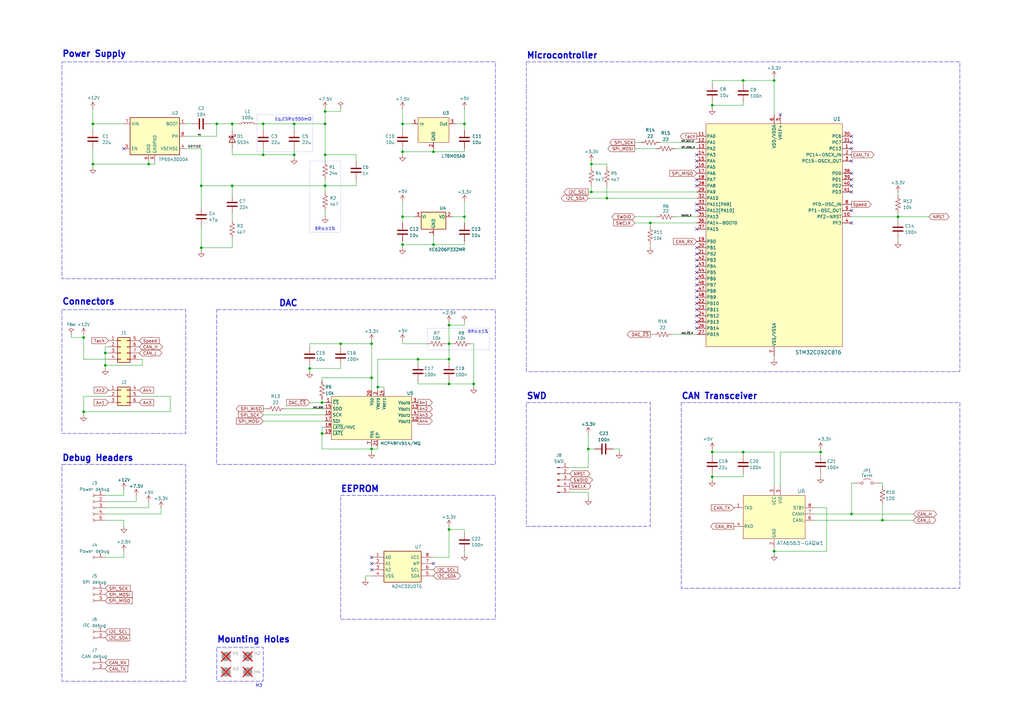
<source format=kicad_sch>
(kicad_sch (version 20250114) (generator "eeschema") (generator_version "9.0")
  (paper "A3")
  (title_block (title "CAN Gauge Interface") (date "2025-12-27") (rev "0.3") (company "Sam Anthony"))
  (rectangle (start 215.9 25.4) (end 393.7 152.4) (stroke (width 0) (type dash)))
  (rectangle (start 25.4 25.4) (end 203.2 114.3) (stroke (width 0) (type dash)))
  (rectangle (start 105.41 46.99) (end 128.27 62.23) (stroke (width 0) (type dot)))
  (rectangle (start 215.9 165.1) (end 266.7 215.9) (stroke (width 0) (type dash)))
  (rectangle (start 88.9 265.4299) (end 107.95 279.3999) (stroke (width 0) (type dash)))
  (rectangle (start 88.9 127) (end 203.2 190.5) (stroke (width 0) (type dash)))
  (rectangle (start 175.26 134.62) (end 200.66 143.51) (stroke (width 0) (type dot)))
  (rectangle (start 25.4 190.5) (end 76.2 279.4) (stroke (width 0) (type dash)))
  (rectangle (start 25.4 127) (end 76.2 177.8) (stroke (width 0) (type dash)))
  (rectangle (start 127 66.04) (end 139.7 95.25) (stroke (width 0) (type dot)))
  (rectangle (start 279.4 165.1) (end 393.7 241.3) (stroke (width 0) (type dash)))
  (rectangle (start 139.7 203.2) (end 203.2 254) (stroke (width 0) (type dash)))
  (text "Connectors" (at 25.4 123.825 0) (effects (font (size 2.54 2.54) (thickness 0.508) (bold yes)) (justify left)))
  (text "Microcontroller" (at 215.9 22.86 0) (effects (font (size 2.54 2.54) (thickness 0.508) (bold yes)) (justify left)))
  (text "Power Supply" (at 25.4 22.225 0) (effects (font (size 2.54 2.54) (thickness 0.508) (bold yes)) (justify left)))
  (text "Eq.ESR≤550mΩ" (at 112.776 49.022 0) (effects (font (size 1.27 1.27)) (justify left)))
  (text "δR≤±1%" (at 133.35 93.98 0) (effects (font (size 1.27 1.27))))
  (text "DAC" (at 114.3 124.46 0) (effects (font (size 2.54 2.54) (thickness 0.508) (bold yes)) (justify left)))
  (text "SWD" (at 215.9 162.56 0) (effects (font (size 2.54 2.54) (thickness 0.508) (bold yes)) (justify left)))
  (text "Mounting Holes" (at 88.9 262.382 0) (effects (font (size 2.54 2.54) (thickness 0.508) (bold yes)) (justify left)))
  (text "δR≤±1%" (at 196.088 136.144 0) (effects (font (size 1.27 1.27))))
  (text "M3\n" (at 104.775 281.3049 0) (effects (font (size 1.27 1.27)) (justify left)))
  (text "CAN Transceiver" (at 279.4 162.56 0) (effects (font (size 2.54 2.54) (thickness 0.508) (bold yes)) (justify left)))
  (text "Debug Headers" (at 25.4 187.96 0) (effects (font (size 2.54 2.54) (thickness 0.508) (bold yes)) (justify left)))
  (text "EEPROM" (at 139.7 200.66 0) (effects (font (size 2.54 2.54) (thickness 0.508) (bold yes)) (justify left)))
  (junction (at 34.29 168.91))
  (junction (at 152.4 184.15))
  (junction (at 34.29 138.43))
  (junction (at 317.5 226.06))
  (junction (at 133.35 50.8))
  (junction (at 120.65 63.5))
  (junction (at 127 151.13))
  (junction (at 349.25 210.82))
  (junction (at 292.1 43.18))
  (junction (at 152.4 140.97))
  (junction (at 82.55 76.2))
  (junction (at 38.1 50.8))
  (junction (at 304.8 185.42))
  (junction (at 292.1 185.42))
  (junction (at 60.96 67.31))
  (junction (at 177.8 100.33))
  (junction (at 82.55 101.6))
  (junction (at 317.5 33.02))
  (junction (at 190.5 50.8))
  (junction (at 184.15 140.97))
  (junction (at 139.7 140.97))
  (junction (at 368.3 88.9))
  (junction (at 165.1 62.23))
  (junction (at 133.35 63.5))
  (junction (at 43.18 144.78))
  (junction (at 190.5 88.9))
  (junction (at 132.08 165.1))
  (junction (at 95.25 50.8))
  (junction (at 88.9 50.8))
  (junction (at 184.15 147.32))
  (junction (at 38.1 67.31))
  (junction (at 171.45 147.32))
  (junction (at 165.1 88.9))
  (junction (at 184.15 157.48))
  (junction (at 242.57 78.74))
  (junction (at 336.55 185.42))
  (junction (at 304.8 33.02))
  (junction (at 248.92 81.28))
  (junction (at 184.15 217.17))
  (junction (at 133.35 76.2))
  (junction (at 132.08 177.8))
  (junction (at 120.65 50.8))
  (junction (at 107.95 50.8))
  (junction (at 361.95 213.36))
  (junction (at 266.7 91.44))
  (junction (at 165.1 100.33))
  (junction (at 194.31 157.48))
  (junction (at 95.25 76.2))
  (junction (at 107.95 63.5))
  (junction (at 177.8 62.23))
  (junction (at 152.4 154.94))
  (junction (at 242.57 67.31))
  (junction (at 165.1 50.8))
  (junction (at 292.1 195.58))
  (junction (at 184.15 133.35))
  (junction (at 43.18 149.86))
  (junction (at 154.94 158.75))
  (junction (at 241.3 184.15))
  (junction (at 133.35 45.72))
  (no_connect (at 285.75 66.04))
  (no_connect (at 349.25 66.04))
  (no_connect (at 285.75 127))
  (no_connect (at 285.75 121.92))
  (no_connect (at 285.75 106.68))
  (no_connect (at 349.25 76.2))
  (no_connect (at 285.75 109.22))
  (no_connect (at 349.25 55.88))
  (no_connect (at 349.25 60.96))
  (no_connect (at 285.75 86.36))
  (no_connect (at 320.04 46.99))
  (no_connect (at 285.75 114.3))
  (no_connect (at 285.75 76.2))
  (no_connect (at 285.75 124.46))
  (no_connect (at 50.8 60.96))
  (no_connect (at 285.75 111.76))
  (no_connect (at 349.25 58.42))
  (no_connect (at 285.75 83.82))
  (no_connect (at 285.75 104.14))
  (no_connect (at 152.4 233.68))
  (no_connect (at 285.75 68.58))
  (no_connect (at 285.75 73.66))
  (no_connect (at 152.4 228.6))
  (no_connect (at 285.75 129.54))
  (no_connect (at 177.8 231.14))
  (no_connect (at 285.75 116.84))
  (no_connect (at 349.25 71.12))
  (no_connect (at 349.25 78.74))
  (no_connect (at 285.75 119.38))
  (no_connect (at 285.75 132.08))
  (no_connect (at 285.75 93.98))
  (no_connect (at 152.4 231.14))
  (no_connect (at 349.25 86.36))
  (no_connect (at 285.75 101.6))
  (no_connect (at 285.75 63.5))
  (no_connect (at 349.25 91.44))
  (no_connect (at 285.75 134.62))
  (no_connect (at 349.25 73.66))
  (wire (pts (xy 190.5 62.23) (xy 190.5 60.96)))
  (wire (pts (xy 360.68 198.12) (xy 361.95 198.12)))
  (wire (pts (xy 50.8 203.2) (xy 50.8 200.66)))
  (wire (pts (xy 44.45 162.56) (xy 34.29 162.56)))
  (wire (pts (xy 177.8 228.6) (xy 184.15 228.6)))
  (wire (pts (xy 260.35 88.9) (xy 269.24 88.9)))
  (wire (pts (xy 190.5 217.17) (xy 190.5 218.44)))
  (wire (pts (xy 184.15 217.17) (xy 190.5 217.17)))
  (wire (pts (xy 165.1 140.97) (xy 175.26 140.97)))
  (wire (pts (xy 146.05 73.66) (xy 146.05 76.2)))
  (wire (pts (xy 292.1 184.15) (xy 292.1 185.42)))
  (wire (pts (xy 38.1 44.45) (xy 38.1 50.8)))
  (wire (pts (xy 304.8 43.18) (xy 304.8 41.91)))
  (wire (pts (xy 165.1 62.23) (xy 177.8 62.23)))
  (wire (pts (xy 241.3 184.15) (xy 241.3 177.8)))
  (wire (pts (xy 50.8 228.6) (xy 50.8 226.06)))
  (wire (pts (xy 127 151.13) (xy 127 152.4)))
  (wire (pts (xy 133.35 73.66) (xy 133.35 76.2)))
  (wire (pts (xy 88.9 55.88) (xy 88.9 50.8)))
  (wire (pts (xy 132.08 184.15) (xy 132.08 177.8)))
  (wire (pts (xy 82.55 85.09) (xy 82.55 76.2)))
  (wire (pts (xy 241.3 184.15) (xy 243.84 184.15)))
  (wire (pts (xy 133.35 50.8) (xy 133.35 63.5)))
  (wire (pts (xy 182.88 140.97) (xy 184.15 140.97)))
  (wire (pts (xy 194.31 157.48) (xy 194.31 158.75)))
  (wire (pts (xy 157.48 158.75) (xy 154.94 158.75)))
  (wire (pts (xy 190.5 53.34) (xy 190.5 50.8)))
  (wire (pts (xy 317.5 226.06) (xy 317.5 227.33)))
  (wire (pts (xy 69.85 168.91) (xy 34.29 168.91)))
  (wire (pts (xy 241.3 191.77) (xy 241.3 184.15)))
  (wire (pts (xy 38.1 50.8) (xy 38.1 53.34)))
  (wire (pts (xy 304.8 33.02) (xy 292.1 33.02)))
  (wire (pts (xy 165.1 88.9) (xy 165.1 91.44)))
  (wire (pts (xy 190.5 50.8) (xy 186.69 50.8)))
  (wire (pts (xy 132.08 177.8) (xy 133.35 177.8)))
  (wire (pts (xy 165.1 139.7) (xy 165.1 140.97)))
  (wire (pts (xy 95.25 87.63) (xy 95.25 90.17)))
  (wire (pts (xy 82.55 101.6) (xy 82.55 102.87)))
  (wire (pts (xy 146.05 66.04) (xy 146.05 63.5)))
  (wire (pts (xy 132.08 163.83) (xy 132.08 165.1)))
  (wire (pts (xy 304.8 185.42) (xy 317.5 185.42)))
  (wire (pts (xy 336.55 184.15) (xy 336.55 185.42)))
  (wire (pts (xy 334.01 208.28) (xy 339.09 208.28)))
  (wire (pts (xy 171.45 157.48) (xy 184.15 157.48)))
  (wire (pts (xy 266.7 91.44) (xy 266.7 92.71)))
  (wire (pts (xy 368.3 88.9) (xy 368.3 90.17)))
  (wire (pts (xy 368.3 97.79) (xy 368.3 99.06)))
  (wire (pts (xy 107.95 167.64) (xy 109.22 167.64)))
  (wire (pts (xy 190.5 44.45) (xy 190.5 50.8)))
  (wire (pts (xy 248.92 67.31) (xy 248.92 68.58)))
  (wire (pts (xy 165.1 60.96) (xy 165.1 62.23)))
  (wire (pts (xy 82.55 101.6) (xy 95.25 101.6)))
  (wire (pts (xy 190.5 88.9) (xy 190.5 91.44)))
  (wire (pts (xy 285.75 91.44) (xy 266.7 91.44)))
  (wire (pts (xy 317.5 33.02) (xy 304.8 33.02)))
  (wire (pts (xy 154.94 147.32) (xy 154.94 158.75)))
  (wire (pts (xy 34.29 147.32) (xy 34.29 138.43)))
  (wire (pts (xy 349.25 88.9) (xy 368.3 88.9)))
  (wire (pts (xy 184.15 133.35) (xy 190.5 133.35)))
  (wire (pts (xy 292.1 185.42) (xy 304.8 185.42)))
  (wire (pts (xy 76.2 55.88) (xy 88.9 55.88)))
  (wire (pts (xy 190.5 226.06) (xy 190.5 227.33)))
  (wire (pts (xy 120.65 63.5) (xy 120.65 64.77)))
  (wire (pts (xy 184.15 140.97) (xy 185.42 140.97)))
  (wire (pts (xy 57.15 162.56) (xy 69.85 162.56)))
  (wire (pts (xy 336.55 194.31) (xy 336.55 195.58)))
  (wire (pts (xy 139.7 151.13) (xy 139.7 149.86)))
  (wire (pts (xy 139.7 45.72) (xy 139.7 44.45)))
  (wire (pts (xy 146.05 76.2) (xy 133.35 76.2)))
  (wire (pts (xy 194.31 157.48) (xy 184.15 157.48)))
  (wire (pts (xy 349.25 210.82) (xy 374.65 210.82)))
  (wire (pts (xy 242.57 67.31) (xy 242.57 68.58)))
  (wire (pts (xy 152.4 236.22) (xy 149.86 236.22)))
  (wire (pts (xy 133.35 86.36) (xy 133.35 88.9)))
  (wire (pts (xy 165.1 62.23) (xy 165.1 63.5)))
  (wire (pts (xy 184.15 217.17) (xy 184.15 215.9)))
  (wire (pts (xy 132.08 177.8) (xy 132.08 175.26)))
  (wire (pts (xy 193.04 140.97) (xy 194.31 140.97)))
  (wire (pts (xy 304.8 33.02) (xy 304.8 34.29)))
  (wire (pts (xy 76.2 50.8) (xy 78.74 50.8)))
  (wire (pts (xy 107.95 50.8) (xy 120.65 50.8)))
  (wire (pts (xy 127 165.1) (xy 132.08 165.1)))
  (wire (pts (xy 157.48 160.02) (xy 157.48 158.75)))
  (wire (pts (xy 133.35 45.72) (xy 133.35 44.45)))
  (wire (pts (xy 251.46 184.15) (xy 254 184.15)))
  (wire (pts (xy 43.18 142.24) (xy 43.18 144.78)))
  (wire (pts (xy 69.85 162.56) (xy 69.85 168.91)))
  (wire (pts (xy 242.57 78.74) (xy 285.75 78.74)))
  (wire (pts (xy 292.1 194.31) (xy 292.1 195.58)))
  (wire (pts (xy 76.2 60.96) (xy 82.55 60.96)))
  (wire (pts (xy 95.25 60.96) (xy 95.25 63.5)))
  (wire (pts (xy 184.15 132.08) (xy 184.15 133.35)))
  (wire (pts (xy 58.42 149.86) (xy 43.18 149.86)))
  (wire (pts (xy 171.45 147.32) (xy 184.15 147.32)))
  (wire (pts (xy 107.95 63.5) (xy 120.65 63.5)))
  (wire (pts (xy 177.8 62.23) (xy 177.8 60.96)))
  (wire (pts (xy 107.95 60.96) (xy 107.95 63.5)))
  (wire (pts (xy 95.25 53.34) (xy 95.25 50.8)))
  (wire (pts (xy 190.5 100.33) (xy 177.8 100.33)))
  (wire (pts (xy 185.42 88.9) (xy 190.5 88.9)))
  (wire (pts (xy 152.4 184.15) (xy 152.4 185.42)))
  (wire (pts (xy 320.04 185.42) (xy 336.55 185.42)))
  (wire (pts (xy 304.8 195.58) (xy 292.1 195.58)))
  (wire (pts (xy 29.21 137.16) (xy 29.21 138.43)))
  (wire (pts (xy 29.21 138.43) (xy 34.29 138.43)))
  (wire (pts (xy 88.9 50.8) (xy 95.25 50.8)))
  (wire (pts (xy 132.08 154.94) (xy 152.4 154.94)))
  (wire (pts (xy 133.35 63.5) (xy 133.35 66.04)))
  (wire (pts (xy 266.7 137.16) (xy 267.97 137.16)))
  (wire (pts (xy 43.18 149.86) (xy 43.18 151.13)))
  (wire (pts (xy 120.65 50.8) (xy 120.65 53.34)))
  (wire (pts (xy 260.35 58.42) (xy 262.89 58.42)))
  (wire (pts (xy 66.04 210.82) (xy 66.04 208.28)))
  (wire (pts (xy 242.57 66.04) (xy 242.57 67.31)))
  (wire (pts (xy 120.65 63.5) (xy 120.65 60.96)))
  (wire (pts (xy 170.18 88.9) (xy 165.1 88.9)))
  (wire (pts (xy 165.1 44.45) (xy 165.1 50.8)))
  (wire (pts (xy 233.68 201.93) (xy 241.3 201.93)))
  (wire (pts (xy 275.59 137.16) (xy 285.75 137.16)))
  (wire (pts (xy 165.1 82.55) (xy 165.1 88.9)))
  (wire (pts (xy 107.95 50.8) (xy 107.95 53.34)))
  (wire (pts (xy 152.4 139.7) (xy 152.4 140.97)))
  (wire (pts (xy 361.95 213.36) (xy 374.65 213.36)))
  (wire (pts (xy 241.3 81.28) (xy 248.92 81.28)))
  (wire (pts (xy 292.1 33.02) (xy 292.1 34.29)))
  (wire (pts (xy 95.25 63.5) (xy 107.95 63.5)))
  (wire (pts (xy 304.8 194.31) (xy 304.8 195.58)))
  (wire (pts (xy 152.4 140.97) (xy 139.7 140.97)))
  (wire (pts (xy 260.35 60.96) (xy 269.24 60.96)))
  (wire (pts (xy 43.18 144.78) (xy 44.45 144.78)))
  (wire (pts (xy 60.96 67.31) (xy 60.96 66.04)))
  (wire (pts (xy 368.3 87.63) (xy 368.3 88.9)))
  (wire (pts (xy 339.09 226.06) (xy 317.5 226.06)))
  (wire (pts (xy 242.57 67.31) (xy 248.92 67.31)))
  (wire (pts (xy 292.1 41.91) (xy 292.1 43.18)))
  (wire (pts (xy 260.35 91.44) (xy 266.7 91.44)))
  (wire (pts (xy 43.18 208.28) (xy 60.96 208.28)))
  (wire (pts (xy 82.55 76.2) (xy 95.25 76.2)))
  (wire (pts (xy 317.5 224.79) (xy 317.5 226.06)))
  (wire (pts (xy 276.86 60.96) (xy 285.75 60.96)))
  (wire (pts (xy 43.18 205.74) (xy 55.88 205.74)))
  (wire (pts (xy 154.94 182.88) (xy 154.94 184.15)))
  (wire (pts (xy 152.4 140.97) (xy 152.4 154.94)))
  (wire (pts (xy 133.35 45.72) (xy 139.7 45.72)))
  (wire (pts (xy 127 149.86) (xy 127 151.13)))
  (wire (pts (xy 184.15 157.48) (xy 184.15 156.21)))
  (wire (pts (xy 266.7 100.33) (xy 266.7 101.6)))
  (wire (pts (xy 368.3 88.9) (xy 381 88.9)))
  (wire (pts (xy 107.95 170.18) (xy 133.35 170.18)))
  (wire (pts (xy 177.8 96.52) (xy 177.8 100.33)))
  (wire (pts (xy 361.95 198.12) (xy 361.95 199.39)))
  (wire (pts (xy 152.4 154.94) (xy 152.4 160.02)))
  (wire (pts (xy 132.08 175.26) (xy 133.35 175.26)))
  (wire (pts (xy 38.1 60.96) (xy 38.1 67.31)))
  (wire (pts (xy 190.5 133.35) (xy 190.5 132.08)))
  (wire (pts (xy 320.04 199.39) (xy 320.04 185.42)))
  (wire (pts (xy 50.8 213.36) (xy 50.8 215.9)))
  (wire (pts (xy 34.29 138.43) (xy 34.29 137.16)))
  (wire (pts (xy 133.35 76.2) (xy 133.35 78.74)))
  (wire (pts (xy 132.08 165.1) (xy 133.35 165.1)))
  (wire (pts (xy 339.09 208.28) (xy 339.09 226.06)))
  (wire (pts (xy 95.25 76.2) (xy 133.35 76.2)))
  (wire (pts (xy 44.45 142.24) (xy 43.18 142.24)))
  (wire (pts (xy 34.29 168.91) (xy 34.29 170.18)))
  (wire (pts (xy 34.29 162.56) (xy 34.29 168.91)))
  (wire (pts (xy 38.1 67.31) (xy 38.1 68.58)))
  (wire (pts (xy 317.5 46.99) (xy 317.5 33.02)))
  (wire (pts (xy 95.25 50.8) (xy 97.79 50.8)))
  (wire (pts (xy 107.95 172.72) (xy 133.35 172.72)))
  (wire (pts (xy 361.95 207.01) (xy 361.95 213.36)))
  (wire (pts (xy 194.31 140.97) (xy 194.31 157.48)))
  (wire (pts (xy 292.1 43.18) (xy 292.1 44.45)))
  (wire (pts (xy 184.15 147.32) (xy 184.15 148.59)))
  (wire (pts (xy 165.1 100.33) (xy 165.1 101.6)))
  (wire (pts (xy 63.5 66.04) (xy 63.5 67.31)))
  (wire (pts (xy 336.55 185.42) (xy 336.55 186.69)))
  (wire (pts (xy 55.88 205.74) (xy 55.88 203.2)))
  (wire (pts (xy 292.1 195.58) (xy 292.1 196.85)))
  (wire (pts (xy 149.86 236.22) (xy 149.86 237.49)))
  (wire (pts (xy 171.45 147.32) (xy 171.45 148.59)))
  (wire (pts (xy 292.1 186.69) (xy 292.1 185.42)))
  (wire (pts (xy 350.52 198.12) (xy 349.25 198.12)))
  (wire (pts (xy 276.86 88.9) (xy 285.75 88.9)))
  (wire (pts (xy 165.1 99.06) (xy 165.1 100.33)))
  (wire (pts (xy 43.18 228.6) (xy 50.8 228.6)))
  (wire (pts (xy 86.36 50.8) (xy 88.9 50.8)))
  (wire (pts (xy 154.94 184.15) (xy 152.4 184.15)))
  (wire (pts (xy 171.45 156.21) (xy 171.45 157.48)))
  (wire (pts (xy 95.25 97.79) (xy 95.25 101.6)))
  (wire (pts (xy 57.15 147.32) (xy 58.42 147.32)))
  (wire (pts (xy 116.84 167.64) (xy 133.35 167.64)))
  (wire (pts (xy 334.01 213.36) (xy 361.95 213.36)))
  (wire (pts (xy 139.7 140.97) (xy 139.7 142.24)))
  (wire (pts (xy 44.45 147.32) (xy 34.29 147.32)))
  (wire (pts (xy 82.55 92.71) (xy 82.55 101.6)))
  (wire (pts (xy 317.5 146.05) (xy 317.5 147.32)))
  (wire (pts (xy 241.3 201.93) (xy 241.3 204.47)))
  (wire (pts (xy 177.8 100.33) (xy 165.1 100.33)))
  (wire (pts (xy 304.8 185.42) (xy 304.8 186.69)))
  (wire (pts (xy 165.1 50.8) (xy 165.1 53.34)))
  (wire (pts (xy 254 184.15) (xy 254 185.42)))
  (wire (pts (xy 248.92 76.2) (xy 248.92 81.28)))
  (wire (pts (xy 152.4 184.15) (xy 132.08 184.15)))
  (wire (pts (xy 177.8 62.23) (xy 190.5 62.23)))
  (wire (pts (xy 233.68 191.77) (xy 241.3 191.77)))
  (wire (pts (xy 184.15 228.6) (xy 184.15 217.17)))
  (wire (pts (xy 171.45 147.32) (xy 154.94 147.32)))
  (wire (pts (xy 270.51 58.42) (xy 285.75 58.42)))
  (wire (pts (xy 184.15 140.97) (xy 184.15 147.32)))
  (wire (pts (xy 63.5 67.31) (xy 60.96 67.31)))
  (wire (pts (xy 368.3 78.74) (xy 368.3 80.01)))
  (wire (pts (xy 168.91 50.8) (xy 165.1 50.8)))
  (wire (pts (xy 60.96 208.28) (xy 60.96 205.74)))
  (wire (pts (xy 334.01 210.82) (xy 349.25 210.82)))
  (wire (pts (xy 43.18 210.82) (xy 66.04 210.82)))
  (wire (pts (xy 154.94 158.75) (xy 154.94 160.02)))
  (wire (pts (xy 317.5 185.42) (xy 317.5 199.39)))
  (wire (pts (xy 139.7 140.97) (xy 127 140.97)))
  (wire (pts (xy 43.18 213.36) (xy 50.8 213.36)))
  (wire (pts (xy 190.5 99.06) (xy 190.5 100.33)))
  (wire (pts (xy 127 151.13) (xy 139.7 151.13)))
  (wire (pts (xy 43.18 144.78) (xy 43.18 149.86)))
  (wire (pts (xy 132.08 156.21) (xy 132.08 154.94)))
  (wire (pts (xy 152.4 182.88) (xy 152.4 184.15)))
  (wire (pts (xy 43.18 203.2) (xy 50.8 203.2)))
  (wire (pts (xy 60.96 67.31) (xy 38.1 67.31)))
  (wire (pts (xy 248.92 81.28) (xy 285.75 81.28)))
  (wire (pts (xy 242.57 76.2) (xy 242.57 78.74)))
  (wire (pts (xy 38.1 50.8) (xy 50.8 50.8)))
  (wire (pts (xy 241.3 78.74) (xy 242.57 78.74)))
  (wire (pts (xy 120.65 50.8) (xy 133.35 50.8)))
  (wire (pts (xy 133.35 50.8) (xy 133.35 45.72)))
  (wire (pts (xy 190.5 82.55) (xy 190.5 88.9)))
  (wire (pts (xy 184.15 133.35) (xy 184.15 140.97)))
  (wire (pts (xy 105.41 50.8) (xy 107.95 50.8)))
  (wire (pts (xy 127 140.97) (xy 127 142.24)))
  (wire (pts (xy 82.55 60.96) (xy 82.55 76.2)))
  (wire (pts (xy 292.1 43.18) (xy 304.8 43.18)))
  (wire (pts (xy 349.25 198.12) (xy 349.25 210.82)))
  (wire (pts (xy 146.05 63.5) (xy 133.35 63.5)))
  (wire (pts (xy 58.42 147.32) (xy 58.42 149.86)))
  (wire (pts (xy 317.5 31.75) (xy 317.5 33.02)))
  (wire (pts (xy 95.25 76.2) (xy 95.25 80.01)))
  (label "sense" (at 82.55 60.96 180))
  (label "SPI_SCK_R" (at 279.4 58.42 0) (effects (font (size 0.635 0.635))))
  (label "SPI_MOSI_R" (at 279.4 60.96 0) (effects (font (size 0.635 0.635))))
  (label "DAC_SDO" (at 128.27 167.64 0) (effects (font (size 0.635 0.635))))
  (label "DAC_~{CS}_R" (at 279.4379 137.16 0) (effects (font (size 0.635 0.635))))
  (label "SWDIO_R" (at 279.4 88.9 0) (effects (font (size 0.635 0.635))))
  (label "PH" (at 82.55 55.88 180) (effects (font (size 0.635 0.635))))
  (global_label "SWDIO" (shape bidirectional) (at 260.35 88.9 180) (property "Intersheetrefs" "${INTERSHEET_REFS}" (effects (hide yes))))
  (global_label "SPI_MISO" (shape input) (at 285.75 71.12 180) (property "Intersheetrefs" "${INTERSHEET_REFS}" (effects (hide yes))))
  (global_label "SWCLK" (shape output) (at 233.68 199.39 0) (property "Intersheetrefs" "${INTERSHEET_REFS}" (effects (hide yes))))
  (global_label "An2" (shape output) (at 171.45 167.64 0) (property "Intersheetrefs" "${INTERSHEET_REFS}" (effects (hide yes))))
  (global_label "NRST" (shape tri_state) (at 381 88.9 0) (property "Intersheetrefs" "${INTERSHEET_REFS}" (effects (hide yes))))
  (global_label "SPI_MOSI" (shape input) (at 43.18 243.84 0) (property "Intersheetrefs" "${INTERSHEET_REFS}" (effects (hide yes))))
  (global_label "SWCLK" (shape input) (at 260.35 91.44 180) (property "Intersheetrefs" "${INTERSHEET_REFS}" (effects (hide yes))))
  (global_label "I2C_SCL" (shape input) (at 177.8 233.68 0) (property "Intersheetrefs" "${INTERSHEET_REFS}" (effects (hide yes))))
  (global_label "I2C_SCL" (shape input) (at 43.18 259.08 0) (property "Intersheetrefs" "${INTERSHEET_REFS}" (effects (hide yes))))
  (global_label "Speed" (shape input) (at 57.15 139.7 0) (property "Intersheetrefs" "${INTERSHEET_REFS}" (effects (hide yes))))
  (global_label "SPI_MISO" (shape input) (at 43.18 246.38 0) (property "Intersheetrefs" "${INTERSHEET_REFS}" (effects (hide yes))))
  (global_label "CAN_RX" (shape input) (at 43.18 271.78 0) (property "Intersheetrefs" "${INTERSHEET_REFS}" (effects (hide yes))))
  (global_label "An2" (shape input) (at 44.45 160.02 180) (property "Intersheetrefs" "${INTERSHEET_REFS}" (effects (hide yes))))
  (global_label "Tach" (shape input) (at 44.45 139.7 180) (property "Intersheetrefs" "${INTERSHEET_REFS}" (effects (hide yes))))
  (global_label "I2C_SCL" (shape output) (at 241.3 78.74 180) (property "Intersheetrefs" "${INTERSHEET_REFS}" (effects (hide yes))))
  (global_label "CAN_TX" (shape input) (at 43.18 274.32 0) (property "Intersheetrefs" "${INTERSHEET_REFS}" (effects (hide yes))))
  (global_label "I2C_SDA" (shape input) (at 43.18 261.62 0) (property "Intersheetrefs" "${INTERSHEET_REFS}" (effects (hide yes))))
  (global_label "An4" (shape input) (at 57.15 160.02 0) (property "Intersheetrefs" "${INTERSHEET_REFS}" (effects (hide yes))))
  (global_label "CAN_TX" (shape input) (at 300.99 208.28 180) (property "Intersheetrefs" "${INTERSHEET_REFS}" (effects (hide yes))))
  (global_label "CAN_H" (shape bidirectional) (at 374.65 210.82 0) (property "Intersheetrefs" "${INTERSHEET_REFS}" (effects (hide yes))))
  (global_label "SPI_SCK" (shape input) (at 107.95 170.18 180) (property "Intersheetrefs" "${INTERSHEET_REFS}" (effects (hide yes))))
  (global_label "CAN_H" (shape bidirectional) (at 57.15 142.24 0) (property "Intersheetrefs" "${INTERSHEET_REFS}" (effects (hide yes))))
  (global_label "SPI_MISO" (shape output) (at 107.95 167.64 180) (property "Intersheetrefs" "${INTERSHEET_REFS}" (effects (hide yes))))
  (global_label "An1" (shape output) (at 171.45 165.1 0) (property "Intersheetrefs" "${INTERSHEET_REFS}" (effects (hide yes))))
  (global_label "SPI_MOSI" (shape input) (at 107.95 172.72 180) (property "Intersheetrefs" "${INTERSHEET_REFS}" (effects (hide yes))))
  (global_label "SWDIO" (shape bidirectional) (at 233.68 196.85 0) (property "Intersheetrefs" "${INTERSHEET_REFS}" (effects (hide yes))))
  (global_label "Speed" (shape output) (at 349.25 83.82 0) (property "Intersheetrefs" "${INTERSHEET_REFS}" (effects (hide yes))))
  (global_label "CAN_TX" (shape output) (at 349.25 63.5 0) (property "Intersheetrefs" "${INTERSHEET_REFS}" (effects (hide yes))))
  (global_label "CAN_L" (shape bidirectional) (at 57.15 144.78 0) (property "Intersheetrefs" "${INTERSHEET_REFS}" (effects (hide yes))))
  (global_label "Tach" (shape output) (at 285.75 55.88 180) (property "Intersheetrefs" "${INTERSHEET_REFS}" (effects (hide yes))))
  (global_label "SPI_SCK" (shape output) (at 260.35 58.42 180) (property "Intersheetrefs" "${INTERSHEET_REFS}" (effects (hide yes))))
  (global_label "DAC_~{CS}" (shape input) (at 127 165.1 180) (property "Intersheetrefs" "${INTERSHEET_REFS}" (effects (hide yes))))
  (global_label "NRST" (shape tri_state) (at 233.68 194.31 0) (property "Intersheetrefs" "${INTERSHEET_REFS}" (effects (hide yes))))
  (global_label "DAC_~{CS}" (shape output) (at 266.7 137.16 180) (property "Intersheetrefs" "${INTERSHEET_REFS}" (effects (hide yes))))
  (global_label "An3" (shape input) (at 57.15 165.1 0) (property "Intersheetrefs" "${INTERSHEET_REFS}" (effects (hide yes))))
  (global_label "CAN_RX" (shape output) (at 300.99 215.9 180) (property "Intersheetrefs" "${INTERSHEET_REFS}" (effects (hide yes))))
  (global_label "I2C_SDA" (shape bidirectional) (at 241.3 81.28 180) (property "Intersheetrefs" "${INTERSHEET_REFS}" (effects (hide yes))))
  (global_label "An4" (shape output) (at 171.45 172.72 0) (property "Intersheetrefs" "${INTERSHEET_REFS}" (effects (hide yes))))
  (global_label "CAN_L" (shape bidirectional) (at 374.65 213.36 0) (property "Intersheetrefs" "${INTERSHEET_REFS}" (effects (hide yes))))
  (global_label "CAN_RX" (shape input) (at 285.75 99.06 180) (property "Intersheetrefs" "${INTERSHEET_REFS}" (effects (hide yes))))
  (global_label "An1" (shape input) (at 44.45 165.1 180) (property "Intersheetrefs" "${INTERSHEET_REFS}" (effects (hide yes))))
  (global_label "SPI_MOSI" (shape output) (at 260.35 60.96 180) (property "Intersheetrefs" "${INTERSHEET_REFS}" (effects (hide yes))))
  (global_label "An3" (shape output) (at 171.45 170.18 0) (property "Intersheetrefs" "${INTERSHEET_REFS}" (effects (hide yes))))
  (global_label "I2C_SDA" (shape bidirectional) (at 177.8 236.22 0) (property "Intersheetrefs" "${INTERSHEET_REFS}" (effects (hide yes))))
  (global_label "SPI_SCK" (shape input) (at 43.18 241.3 0) (property "Intersheetrefs" "${INTERSHEET_REFS}" (effects (hide yes))))
  (symbol (lib_id "power:GND") (at 82.55 102.87 0) (unit 1)
    (property "Reference" "#PWR0119" (effects (hide yes)))
    (property "Value" "GND" (effects (hide yes)))
    (property "Description" "Power symbol creates a global label with name \"GND\" , ground" (effects (hide yes)))
  )
  (symbol (lib_id "Connector:Conn_01x05_Socket") (at 38.1 208.28 0) (mirror y) (unit 1)
    (property "Reference" "J3" (at 38.735 198.12 0))
    (property "Value" "Power debug" (at 38.735 200.66 0))
    (property "Footprint" "Connector_PinSocket_2.54mm:PinSocket_1x05_P2.54mm_Vertical" (effects (hide yes)))
    (property "Description" "Generic connector, single row, 01x05, script generated" (effects (hide yes)))
  )
  (symbol (lib_id "Device:R_US") (at 113.03 167.64 90) (unit 1)
    (property "Reference" "R13" (at 113.03 162.56 90))
    (property "Value" "22" (at 113.03 165.1 90))
    (property "Footprint" "Resistor_SMD:R_0603_1608Metric" (effects (hide yes)))
    (property "Description" "Resistor, US symbol" (effects (hide yes)))
  )
  (symbol (lib_id "Device:C") (at 107.95 57.15 0) (unit 1)
    (property "Reference" "C3" (at 111.125 55.88 0) (effects (justify left)))
    (property "Value" "22u" (at 111.125 58.42 0) (effects (justify left)))
    (property "Footprint" "Capacitor_SMD:C_1206_3216Metric" (effects (hide yes)))
    (property "Description" "Unpolarized capacitor" (effects (hide yes)))
  )
  (symbol (lib_id "power:GND") (at 120.65 64.77 0) (unit 1)
    (property "Reference" "#PWR0121" (effects (hide yes)))
    (property "Value" "GND" (effects (hide yes)))
    (property "Description" "Power symbol creates a global label with name \"GND\" , ground" (effects (hide yes)))
  )
  (symbol (lib_id "Device:C") (at 95.25 83.82 0) (unit 1)
    (property "Reference" "C7" (at 98.044 82.55 0) (effects (justify left)))
    (property "Value" "22n" (at 98.044 85.09 0) (effects (justify left)))
    (property "Footprint" "Capacitor_SMD:C_0603_1608Metric" (effects (hide yes)))
    (property "Description" "Unpolarized capacitor" (effects (hide yes)))
  )
  (symbol (lib_id "power:GND") (at 50.8 215.9 0) (unit 1)
    (property "Reference" "#PWR0114" (effects (hide yes)))
    (property "Value" "GND" (effects (hide yes)))
    (property "Description" "Power symbol creates a global label with name \"GND\" , ground" (effects (hide yes)))
  )
  (symbol (lib_id "Device:R_US") (at 361.95 203.2 0) (unit 1)
    (property "Reference" "R10" (at 363.22 201.93 0) (effects (justify left)))
    (property "Value" "120" (at 363.22 204.47 0) (effects (justify left)))
    (property "Footprint" "Resistor_SMD:R_0603_1608Metric" (effects (hide yes)))
    (property "Description" "Resistor, US symbol" (effects (hide yes)))
  )
  (symbol (lib_id "power:+12V") (at 34.29 137.16 0) (unit 1)
    (property "Reference" "#PWR0109" (effects (hide yes)))
    (property "Value" "+12V" (at 34.29 133.096 0))
    (property "Description" "Power symbol creates a global label with name \"+12V\"" (effects (hide yes)))
  )
  (symbol (lib_id "power:GND") (at 43.18 151.13 0) (unit 1)
    (property "Reference" "#PWR0111" (effects (hide yes)))
    (property "Value" "GND" (effects (hide yes)))
    (property "Description" "Power symbol creates a global label with name \"GND\" , ground" (effects (hide yes)))
  )
  (symbol (lib_id "Device:C") (at 304.8 190.5 0) (unit 1)
    (property "Reference" "C20" (at 307.34 189.23 0) (effects (justify left)))
    (property "Value" "100n" (at 307.34 191.77 0) (effects (justify left)))
    (property "Footprint" "Capacitor_SMD:C_0402_1005Metric" (effects (hide yes)))
    (property "Description" "Unpolarized capacitor" (effects (hide yes)))
  )
  (symbol (lib_id "power:GND") (at 336.55 195.58 0) (unit 1)
    (property "Reference" "#PWR0131" (effects (hide yes)))
    (property "Value" "GND" (effects (hide yes)))
    (property "Description" "Power symbol creates a global label with name \"GND\" , ground" (effects (hide yes)))
  )
  (symbol (lib_id "power:+5V") (at 190.5 44.45 0) (unit 1)
    (property "Reference" "#PWR0107" (effects (hide yes)))
    (property "Value" "+5V" (at 190.5 40.386 0))
    (property "Description" "Power symbol creates a global label with name \"+5V\"" (effects (hide yes)))
  )
  (symbol (lib_id "Device:R_US") (at 273.05 88.9 90) (unit 1)
    (property "Reference" "R6" (at 273.05 84.582 90))
    (property "Value" "22" (at 273.05 86.614 90))
    (property "Footprint" "Resistor_SMD:R_0603_1608Metric" (effects (hide yes)))
    (property "Description" "Resistor, US symbol" (effects (hide yes)))
  )
  (symbol (lib_id "power:GND") (at 368.3 99.06 0) (mirror y) (unit 1)
    (property "Reference" "#PWR0124" (effects (hide yes)))
    (property "Value" "GND" (effects (hide yes)))
    (property "Description" "Power symbol creates a global label with name \"GND\" , ground" (effects (hide yes)))
  )
  (symbol (lib_id "ATA6563-GAQW1:ATA6563-GAQW1") (at 300.99 208.28 0) (unit 1)
    (property "Reference" "U6" (at 328.676 201.422 0) (effects (font (size 1.524 1.524))))
    (property "Value" "ATA6563-GAQW1" (at 328.168 222.758 0) (effects (font (size 1.524 1.524))))
    (property "Footprint" "footprints:SOIC8_SN_MCH" (effects (hide yes)))
    (property "Datasheet" "ATA6563-GAQW1" (effects (hide yes)))
  )
  (symbol (lib_id "power:+3.3V") (at 368.3 78.74 0) (unit 1)
    (property "Reference" "#PWR02" (effects (hide yes)))
    (property "Value" "+3.3V" (at 368.3 74.93 0))
    (property "Description" "Power symbol creates a global label with name \"+3.3V\"" (effects (hide yes)))
  )
  (symbol (lib_id "power:GND") (at 190.5 227.33 0) (unit 1)
    (property "Reference" "#PWR0133" (effects (hide yes)))
    (property "Value" "GND" (effects (hide yes)))
    (property "Description" "Power symbol creates a global label with name \"GND\" , ground" (effects (hide yes)))
  )
  (symbol (lib_id "Device:C") (at 38.1 57.15 0) (unit 1)
    (property "Reference" "C1" (at 41.91 55.8799 0) (effects (justify left)))
    (property "Value" "22u" (at 41.91 58.4199 0) (effects (justify left)))
    (property "Footprint" "Capacitor_SMD:C_1206_3216Metric" (effects (hide yes)))
    (property "Description" "Unpolarized capacitor" (effects (hide yes)))
  )
  (symbol (lib_id "power:+5V") (at 165.1 139.7 0) (unit 1)
    (property "Reference" "#PWR0132" (effects (hide yes)))
    (property "Value" "+5V" (at 165.1 135.636 0))
    (property "Description" "Power symbol creates a global label with name \"+5V\"" (effects (hide yes)))
  )
  (symbol (lib_id "Regulator_Switching:TPS5430DDA") (at 63.5 55.88 0) (unit 1)
    (property "Reference" "U2" (at 71.755 46.355 0))
    (property "Value" "TPS5430DDA" (at 71.12 65.405 0))
    (property "Footprint" "Package_SO:TI_SO-PowerPAD-8" (effects (hide yes)))
    (property "Datasheet" "http://www.ti.com/lit/ds/symlink/tps5430.pdf" (effects (hide yes)))
    (property "Description" "3A, Step Down Swift Converter, Adjustable Output Voltage, 5.5-36V Input Voltage, PowerSO-8" (effects (hide yes)))
  )
  (symbol (lib_id "power:+5V") (at 292.1 184.15 0) (unit 1)
    (property "Reference" "#PWR0128" (effects (hide yes)))
    (property "Value" "+5V" (at 290.322 180.086 0))
    (property "Description" "Power symbol creates a global label with name \"+5V\"" (effects (hide yes)))
  )
  (symbol (lib_id "N24C32UDTG:N24C32UDTG") (at 152.4 228.6 0) (unit 1)
    (property "Reference" "U7" (at 171.45 224.282 0))
    (property "Value" "N24C32UDTG" (at 166.878 240.538 0))
    (property "Footprint" "footprints:SOP50P312X90-8N" (effects (hide yes)))
    (property "Datasheet" "https://www.onsemi.com/pub/Collateral/N24C32-D.PDF" (effects (hide yes)))
    (property "Description" "Supports Standard, Fast and FastPlus I2C Protocol; 1.7 V / 1.6 V to 5.5 V Supply Voltage Range; 32Byte Page Write Buffer; Fast Write Time (4 ms max); Hardware Write Protection for Entire Memory; Schmitt Triggers and Noise Suppression Filters on I2C Bus Inputs (SCL and SDA); Low Power CMOS Technology; 1,000,000 Program/Erase Cycles; 100 Year Data Retention; Industrial and Automotive Grade 1 Temperature Range; US 8lead Package Compliant; This Device is PbFree, Halogen Free/BFR Free, and RoHS" (effects (hide yes)))
    (property "Height" "0.9" (effects (hide yes)))
    (property "Manufacturer_Name" "onsemi" (effects (hide yes)))
    (property "Manufacturer_Part_Number" "N24C32UDTG" (effects (hide yes)))
    (property "Mouser Part Number" "863-N24C32UDTG" (effects (hide yes)))
    (property "Mouser Price/Stock" "https://www.mouser.co.uk/ProductDetail/onsemi/N24C32UDTG?qs=gZXFycFWdAO4CePQ1R6QGw%3D%3D" (effects (hide yes)))
  )
  (symbol (lib_id "Jumper:Jumper_2_Open") (at 355.6 198.12 0) (unit 1)
    (property "Reference" "JP1" (at 355.6 193.04 0))
    (property "Value" "Term" (at 355.6 195.072 0))
    (property "Footprint" "TestPoint:TestPoint_2Pads_Pitch2.54mm_Drill0.8mm" (effects (hide yes)))
    (property "Description" "Jumper, 2-pole, open" (effects (hide yes)))
  )
  (symbol (lib_id "Device:R_US") (at 266.7 58.42 90) (unit 1)
    (property "Reference" "R14" (at 266.7 53.34 90))
    (property "Value" "22" (at 266.7 55.88 90))
    (property "Footprint" "Resistor_SMD:R_0603_1608Metric" (effects (hide yes)))
    (property "Description" "Resistor, US symbol" (effects (hide yes)))
  )
  (symbol (lib_id "symbols:MCP48FVB14/MQ") (at 133.35 165.1 0) (unit 1)
    (property "Reference" "U5" (at 166.878 161.29 0) (effects (justify left)))
    (property "Value" "MCP48FVB14/MQ" (at 155.956 181.864 0) (effects (justify left)))
    (property "Footprint" "Package_DFN_QFN:Texas_RGW0020A_VQFN-20-1EP_5x5mm_P0.65mm_EP3.15x3.15mm_ThermalVias" (effects (hide yes)))
    (property "Datasheet" "https://ww1.microchip.com/downloads/en/DeviceDoc/MCP48FXBX4-8-Family-Data-Sheet-DS20006362A.pdf" (effects (hide yes)))
    (property "Description" "10-bit quad DAC - VQFN-20" (effects (hide yes)))
  )
  (symbol (lib_id "Mechanical:MountingHole") (at 92.71 269.2399 0) (unit 1) (exclude_from_sim yes) (in_bom no) (dnp yes)
    (property "Reference" "H1" (at 95.25 267.9698 0) (effects (justify left)))
    (property "Value" "MountingHole" (effects (hide yes)))
    (property "Footprint" "MountingHole:MountingHole_3.2mm_M3_DIN965" (effects (hide yes)))
    (property "Description" "Mounting Hole without connection" (effects (hide yes)))
  )
  (symbol (lib_id "power:+3.3V") (at 241.3 177.8 0) (unit 1)
    (property "Reference" "#PWR014" (effects (hide yes)))
    (property "Value" "+3.3V" (at 241.3 173.99 0))
    (property "Description" "Power symbol creates a global label with name \"+3.3V\"" (effects (hide yes)))
  )
  (symbol (lib_id "power:PWR_FLAG") (at 190.5 132.08 0) (unit 1)
    (property "Reference" "#FLG03" (effects (hide yes)))
    (property "Value" "PWR_FLAG" (effects (hide yes)))
    (property "Description" "Special symbol for telling ERC where power comes from" (effects (hide yes)))
  )
  (symbol (lib_id "Device:R_US") (at 242.57 72.39 0) (unit 1)
    (property "Reference" "R4" (at 244.094 71.12 0) (effects (justify left)))
    (property "Value" "4k7" (at 244.094 73.66 0) (effects (justify left)))
    (property "Footprint" "Resistor_SMD:R_0603_1608Metric" (effects (hide yes)))
    (property "Description" "Resistor, US symbol" (effects (hide yes)))
  )
  (symbol (lib_id "power:GND") (at 266.7 101.6 0) (unit 1)
    (property "Reference" "#PWR0125" (effects (hide yes)))
    (property "Value" "GND" (effects (hide yes)))
    (property "Description" "Power symbol creates a global label with name \"GND\" , ground" (effects (hide yes)))
  )
  (symbol (lib_id "Device:C") (at 171.45 152.4 0) (unit 1)
    (property "Reference" "C17" (at 173.99 151.13 0) (effects (justify left)))
    (property "Value" "100n" (at 173.99 153.67 0) (effects (justify left)))
    (property "Footprint" "Capacitor_SMD:C_0402_1005Metric" (effects (hide yes)))
    (property "Description" "Unpolarized capacitor" (effects (hide yes)))
  )
  (symbol (lib_id "Device:C") (at 120.65 57.15 0) (unit 1)
    (property "Reference" "C5" (at 123.825 55.88 0) (effects (justify left)))
    (property "Value" "22u" (at 123.825 58.42 0) (effects (justify left)))
    (property "Footprint" "Capacitor_SMD:C_1206_3216Metric" (effects (hide yes)))
    (property "Description" "Unpolarized capacitor" (effects (hide yes)))
  )
  (symbol (lib_id "Device:R_US") (at 266.7 96.52 0) (unit 1)
    (property "Reference" "R11" (at 267.97 95.25 0) (effects (justify left)))
    (property "Value" "10k" (at 267.97 97.79 0) (effects (justify left)))
    (property "Footprint" "Resistor_SMD:R_0603_1608Metric" (effects (hide yes)))
    (property "Description" "Resistor, US symbol" (effects (hide yes)))
  )
  (symbol (lib_id "power:GND") (at 165.1 63.5 0) (unit 1)
    (property "Reference" "#PWR0106" (effects (hide yes)))
    (property "Value" "GND" (effects (hide yes)))
    (property "Description" "Power symbol creates a global label with name \"GND\" , ground" (effects (hide yes)))
  )
  (symbol (lib_id "power:GND") (at 241.3 204.47 0) (unit 1)
    (property "Reference" "#PWR0139" (effects (hide yes)))
    (property "Value" "GND" (effects (hide yes)))
    (property "Description" "Power symbol creates a global label with name \"GND\" , ground" (effects (hide yes)))
  )
  (symbol (lib_id "Device:C") (at 292.1 190.5 0) (unit 1)
    (property "Reference" "C19" (at 294.64 189.23 0) (effects (justify left)))
    (property "Value" "22u" (at 294.64 191.77 0) (effects (justify left)))
    (property "Footprint" "Capacitor_SMD:C_1206_3216Metric" (effects (hide yes)))
    (property "Description" "Unpolarized capacitor" (effects (hide yes)))
  )
  (symbol (lib_id "Device:C") (at 82.55 88.9 0) (unit 1)
    (property "Reference" "C4" (at 85.598 87.63 0) (effects (justify left)))
    (property "Value" "47p" (at 85.598 90.17 0) (effects (justify left)))
    (property "Footprint" "Capacitor_SMD:C_0402_1005Metric" (effects (hide yes)))
    (property "Description" "Unpolarized capacitor" (effects (hide yes)))
  )
  (symbol (lib_id "Connector_Generic:Conn_02x04_Top_Bottom") (at 49.53 142.24 0) (unit 1)
    (property "Reference" "J1" (at 50.8 136.525 0))
    (property "Value" "Conn_02x04_Top_Bottom" (effects (hide yes)))
    (property "Footprint" "footprints:Molex_Mini-Fit_Jr_5569-08A2_2x04_P4.20mm_Horizontal" (effects (hide yes)))
    (property "Datasheet" "https://www.molex.com/en-us/products/part-detail/39300080?display=pdf" (effects (hide yes)))
    (property "Description" "Generic connector, double row, 02x04, top/bottom pin numbering scheme (row 1: 1...pins_per_row, row2: pins_per_row+1 ... num_pins), script generated (kicad-library-utils/schlib/autogen/connector/)" (effects (hide yes)))
  )
  (symbol (lib_id "power:+3.3V") (at 336.55 184.15 0) (unit 1)
    (property "Reference" "#PWR04" (effects (hide yes)))
    (property "Value" "+3.3V" (at 338.074 180.086 0))
    (property "Description" "Power symbol creates a global label with name \"+3.3V\"" (effects (hide yes)))
  )
  (symbol (lib_id "power:GND") (at 38.1 68.58 0) (unit 1)
    (property "Reference" "#PWR0117" (effects (hide yes)))
    (property "Value" "GND" (effects (hide yes)))
    (property "Description" "Power symbol creates a global label with name \"GND\" , ground" (effects (hide yes)))
  )
  (symbol (lib_id "Regulator_Linear:XC6206PxxxMR") (at 177.8 88.9 0) (unit 1)
    (property "Reference" "U4" (at 181.61 85.344 0))
    (property "Value" "XC6206P332MR" (at 183.388 102.362 0))
    (property "Footprint" "Package_TO_SOT_SMD:SOT-23-3" (effects (hide yes)))
    (property "Datasheet" "https://www.torexsemi.com/file/xc6206/XC6206.pdf" (effects (hide yes)))
    (property "Description" "Positive 60-250mA Low Dropout Regulator, Fixed Output, SOT-23" (effects (hide yes)))
  )
  (symbol (lib_id "Connector:Conn_01x05_Pin") (at 228.6 196.85 0) (unit 1)
    (property "Reference" "J8" (at 229.235 186.69 0))
    (property "Value" "SWD" (at 229.235 189.23 0))
    (property "Footprint" "Connector_PinHeader_2.54mm:PinHeader_1x05_P2.54mm_Vertical" (effects (hide yes)))
    (property "Description" "Generic connector, single row, 01x05, script generated" (effects (hide yes)))
  )
  (symbol (lib_id "power:+3.3V") (at 242.57 66.04 0) (mirror y) (unit 1)
    (property "Reference" "#PWR07" (effects (hide yes)))
    (property "Value" "+3.3V" (at 242.57 62.23 0))
    (property "Description" "Power symbol creates a global label with name \"+3.3V\"" (effects (hide yes)))
  )
  (symbol (lib_id "Device:C") (at 127 146.05 0) (unit 1)
    (property "Reference" "C15" (at 129.54 144.78 0) (effects (justify left)))
    (property "Value" "10u" (at 129.54 147.32 0) (effects (justify left)))
    (property "Footprint" "Capacitor_SMD:C_0805_2012Metric" (effects (hide yes)))
    (property "Description" "Unpolarized capacitor" (effects (hide yes)))
  )
  (symbol (lib_id "power:GND") (at 152.4 185.42 0) (unit 1)
    (property "Reference" "#PWR0134" (effects (hide yes)))
    (property "Value" "GND" (effects (hide yes)))
    (property "Description" "Power symbol creates a global label with name \"GND\" , ground" (effects (hide yes)))
  )
  (symbol (lib_id "Device:C") (at 184.15 152.4 0) (unit 1)
    (property "Reference" "C18" (at 186.69 151.13 0) (effects (justify left)))
    (property "Value" "100n" (at 186.69 153.67 0) (effects (justify left)))
    (property "Footprint" "Capacitor_SMD:C_0402_1005Metric" (effects (hide yes)))
    (property "Description" "Unpolarized capacitor" (effects (hide yes)))
  )
  (symbol (lib_id "power:GND") (at 149.86 237.49 0) (unit 1)
    (property "Reference" "#PWR0136" (effects (hide yes)))
    (property "Value" "GND" (effects (hide yes)))
    (property "Description" "Power symbol creates a global label with name \"GND\" , ground" (effects (hide yes)))
  )
  (symbol (lib_id "power:+7.5V") (at 133.35 44.45 0) (unit 1)
    (property "Reference" "#PWR08" (effects (hide yes)))
    (property "Value" "+7.5V" (at 133.35 40.64 0))
    (property "Description" "Power symbol creates a global label with name \"+7.5V\"" (effects (hide yes)))
  )
  (symbol (lib_id "Device:C") (at 368.3 93.98 0) (unit 1)
    (property "Reference" "C14" (at 371.094 92.71 0) (effects (justify left)))
    (property "Value" "100n" (at 371.094 95.25 0) (effects (justify left)))
    (property "Footprint" "Capacitor_SMD:C_0402_1005Metric" (effects (hide yes)))
    (property "Description" "Unpolarized capacitor" (effects (hide yes)))
  )
  (symbol (lib_id "Device:R_US") (at 132.08 160.02 0) (unit 1)
    (property "Reference" "R9" (at 133.35 158.75 0) (effects (justify left)))
    (property "Value" "10k" (at 133.35 161.29 0) (effects (justify left)))
    (property "Footprint" "Resistor_SMD:R_0603_1608Metric" (effects (hide yes)))
    (property "Description" "Resistor, US symbol" (effects (hide yes)))
  )
  (symbol (lib_id "Device:R_US") (at 133.35 69.85 0) (unit 1)
    (property "Reference" "R1" (at 134.874 68.58 0) (effects (justify left)))
    (property "Value" "24k" (at 134.874 71.12 0) (effects (justify left)))
    (property "Footprint" "Resistor_SMD:R_0603_1608Metric" (effects (hide yes)))
    (property "Description" "Resistor, US symbol" (effects (hide yes)))
  )
  (symbol (lib_id "Device:R_US") (at 248.92 72.39 0) (unit 1)
    (property "Reference" "R5" (at 250.444 71.12 0) (effects (justify left)))
    (property "Value" "4k7" (at 250.444 73.66 0) (effects (justify left)))
    (property "Footprint" "Resistor_SMD:R_0603_1608Metric" (effects (hide yes)))
    (property "Description" "Resistor, US symbol" (effects (hide yes)))
  )
  (symbol (lib_id "Device:D_Schottky") (at 95.25 57.15 270) (unit 1)
    (property "Reference" "D1" (at 97.155 55.88 90) (effects (justify left)))
    (property "Value" "SS34" (at 97.155 58.42 90) (effects (justify left)))
    (property "Footprint" "Diode_SMD:D_SMA" (effects (hide yes)))
    (property "Description" "Schottky diode" (effects (hide yes)))
  )
  (symbol (lib_name "L78M05AB_1") (lib_id "symbols:L78M05AB") (at 177.8 48.26 0) (unit 1)
    (property "Reference" "U3" (at 182.88 46.355 0))
    (property "Value" "L78M05AB" (at 185.928 64.008 0))
    (property "Footprint" "Package_TO_SOT_SMD:TO-252-2" (effects (hide yes)))
    (property "Datasheet" "https://www.st.com/resource/en/datasheet/l78m05ab.pdf" (effects (hide yes)))
    (property "Description" "Precision 500 mA regulator" (effects (hide yes)))
  )
  (symbol (lib_id "Device:R_US") (at 368.3 83.82 0) (unit 1)
    (property "Reference" "R12" (at 370.332 82.55 0) (effects (justify left)))
    (property "Value" "10k" (at 370.332 85.09 0) (effects (justify left)))
    (property "Footprint" "Resistor_SMD:R_0603_1608Metric" (effects (hide yes)))
    (property "Description" "Resistor, US symbol" (effects (hide yes)))
  )
  (symbol (lib_id "power:+3.3V") (at 66.04 208.28 0) (unit 1)
    (property "Reference" "#PWR011" (effects (hide yes)))
    (property "Value" "+3.3V" (at 66.04 204.47 0))
    (property "Description" "Power symbol creates a global label with name \"+3.3V\"" (effects (hide yes)))
  )
  (symbol (lib_id "Device:C") (at 336.55 190.5 0) (unit 1)
    (property "Reference" "C21" (at 339.09 189.23 0) (effects (justify left)))
    (property "Value" "100n" (at 339.09 191.77 0) (effects (justify left)))
    (property "Footprint" "Capacitor_SMD:C_0402_1005Metric" (effects (hide yes)))
    (property "Description" "Unpolarized capacitor" (effects (hide yes)))
  )
  (symbol (lib_id "Device:C") (at 292.1 38.1 0) (unit 1)
    (property "Reference" "C8" (at 295.148 36.576 0) (effects (justify left)))
    (property "Value" "10u" (at 295.148 39.116 0) (effects (justify left)))
    (property "Footprint" "Capacitor_SMD:C_0805_2012Metric" (effects (hide yes)))
    (property "Description" "Unpolarized capacitor" (effects (hide yes)))
  )
  (symbol (lib_id "Connector_Generic:Conn_02x03_Top_Bottom") (at 49.53 162.56 0) (unit 1)
    (property "Reference" "J2" (at 50.8 156.845 0))
    (property "Value" "Analog" (effects (hide yes)))
    (property "Footprint" "footprints:Molex_Mini-Fit_Jr_5569-06A2_2x03_P4.20mm_Horizontal" (effects (hide yes)))
    (property "Description" "Generic connector, double row, 02x03, top/bottom pin numbering scheme (row 1: 1...pins_per_row, row2: pins_per_row+1 ... num_pins), script generated (kicad-library-utils/schlib/autogen/connector/)" (effects (hide yes)))
  )
  (symbol (lib_id "Device:C") (at 146.05 69.85 0) (unit 1)
    (property "Reference" "C6" (at 148.59 68.58 0) (effects (justify left)))
    (property "Value" "1n" (at 148.59 71.12 0) (effects (justify left)))
    (property "Footprint" "Capacitor_SMD:C_0603_1608Metric" (effects (hide yes)))
    (property "Description" "Unpolarized capacitor" (effects (hide yes)))
  )
  (symbol (lib_id "Device:C") (at 304.8 38.1 0) (unit 1)
    (property "Reference" "C9" (at 307.594 36.83 0) (effects (justify left)))
    (property "Value" "100n" (at 307.594 39.37 0) (effects (justify left)))
    (property "Footprint" "Capacitor_SMD:C_0402_1005Metric" (effects (hide yes)))
    (property "Description" "Unpolarized capacitor" (effects (hide yes)))
  )
  (symbol (lib_id "Connector:Conn_01x03_Socket") (at 38.1 243.84 0) (mirror y) (unit 1)
    (property "Reference" "J5" (at 38.735 236.22 0))
    (property "Value" "SPI debug" (at 38.735 238.76 0))
    (property "Footprint" "Connector_PinSocket_2.54mm:PinSocket_1x03_P2.54mm_Vertical" (effects (hide yes)))
    (property "Description" "Generic connector, single row, 01x03, script generated" (effects (hide yes)))
  )
  (symbol (lib_id "power:+2V5") (at 50.8 226.06 0) (unit 1)
    (property "Reference" "#PWR013" (effects (hide yes)))
    (property "Value" "+2.5V" (at 50.8 222.25 0))
    (property "Description" "Power symbol creates a global label with name \"+2V5\"" (effects (hide yes)))
  )
  (symbol (lib_id "Connector:Conn_01x02_Socket") (at 38.1 271.78 0) (mirror y) (unit 1)
    (property "Reference" "J7" (at 38.735 266.7 0))
    (property "Value" "CAN debug" (at 38.735 269.24 0))
    (property "Footprint" "Connector_PinSocket_2.54mm:PinSocket_1x02_P2.54mm_Vertical" (effects (hide yes)))
    (property "Description" "Generic connector, single row, 01x02, script generated" (effects (hide yes)))
  )
  (symbol (lib_id "power:GND") (at 194.31 158.75 0) (unit 1)
    (property "Reference" "#PWR0135" (effects (hide yes)))
    (property "Value" "GND" (effects (hide yes)))
    (property "Description" "Power symbol creates a global label with name \"GND\" , ground" (effects (hide yes)))
  )
  (symbol (lib_id "Mechanical:MountingHole") (at 101.6 275.5899 0) (unit 1) (exclude_from_sim yes) (in_bom no) (dnp yes)
    (property "Reference" "H4" (at 104.14 275.5898 0) (effects (justify left)))
    (property "Value" "MountingHole" (effects (hide yes)))
    (property "Footprint" "MountingHole:MountingHole_3.2mm_M3_DIN965" (effects (hide yes)))
    (property "Description" "Mounting Hole without connection" (effects (hide yes)))
  )
  (symbol (lib_id "Device:R_US") (at 95.25 93.98 0) (unit 1)
    (property "Reference" "R3" (at 97.028 92.71 0) (effects (justify left)))
    (property "Value" "4k7" (at 97.028 95.25 0) (effects (justify left)))
    (property "Footprint" "Resistor_SMD:R_0603_1608Metric" (effects (hide yes)))
    (property "Description" "Resistor, US symbol" (effects (hide yes)))
  )
  (symbol (lib_id "power:GND") (at 133.35 88.9 0) (unit 1)
    (property "Reference" "#PWR0138" (effects (hide yes)))
    (property "Value" "GND" (effects (hide yes)))
    (property "Description" "Power symbol creates a global label with name \"GND\" , ground" (effects (hide yes)))
  )
  (symbol (lib_id "power:+5V") (at 165.1 82.55 0) (unit 1)
    (property "Reference" "#PWR0127" (effects (hide yes)))
    (property "Value" "+5V" (at 165.1 78.486 0))
    (property "Description" "Power symbol creates a global label with name \"+5V\"" (effects (hide yes)))
  )
  (symbol (lib_id "Device:R_US") (at 179.07 140.97 90) (unit 1)
    (property "Reference" "R7" (at 179.07 136.652 90))
    (property "Value" "10k" (at 179.07 138.684 90))
    (property "Footprint" "Resistor_SMD:R_0603_1608Metric" (effects (hide yes)))
    (property "Description" "Resistor, US symbol" (effects (hide yes)))
  )
  (symbol (lib_id "power:+7.5V") (at 55.88 203.2 0) (unit 1)
    (property "Reference" "#PWR010" (effects (hide yes)))
    (property "Value" "+7.5V" (at 55.88 199.39 0))
    (property "Description" "Power symbol creates a global label with name \"+7.5V\"" (effects (hide yes)))
  )
  (symbol (lib_id "power:+3.3V") (at 184.15 215.9 0) (unit 1)
    (property "Reference" "#PWR06" (effects (hide yes)))
    (property "Value" "+3.3V" (at 184.15 212.09 0))
    (property "Description" "Power symbol creates a global label with name \"+3.3V\"" (effects (hide yes)))
  )
  (symbol (lib_id "Mechanical:MountingHole") (at 101.6 269.2399 0) (unit 1) (exclude_from_sim yes) (in_bom no) (dnp yes)
    (property "Reference" "H2" (at 104.14 267.9698 0) (effects (justify left)))
    (property "Value" "MountingHole" (effects (hide yes)))
    (property "Footprint" "MountingHole:MountingHole_3.2mm_M3_DIN965" (effects (hide yes)))
    (property "Description" "Mounting Hole without connection" (effects (hide yes)))
  )
  (symbol (lib_id "power:GND") (at 254 185.42 0) (unit 1)
    (property "Reference" "#PWR0140" (effects (hide yes)))
    (property "Value" "GND" (effects (hide yes)))
    (property "Description" "Power symbol creates a global label with name \"GND\" , ground" (effects (hide yes)))
  )
  (symbol (lib_id "Device:R_US") (at 133.35 82.55 0) (unit 1)
    (property "Reference" "R2" (at 135.255 81.28 0) (effects (justify left)))
    (property "Value" "4k7" (at 135.255 83.82 0) (effects (justify left)))
    (property "Footprint" "Resistor_SMD:R_0603_1608Metric" (effects (hide yes)))
    (property "Description" "Resistor, US symbol" (effects (hide yes)))
  )
  (symbol (lib_id "Device:C") (at 82.55 50.8 90) (unit 1)
    (property "Reference" "C2" (at 82.55 44.45 90))
    (property "Value" "10n" (at 82.55 46.99 90))
    (property "Footprint" "Capacitor_SMD:C_0402_1005Metric" (effects (hide yes)))
    (property "Description" "Unpolarized capacitor" (effects (hide yes)))
  )
  (symbol (lib_id "Device:C") (at 165.1 57.15 0) (unit 1)
    (property "Reference" "C10" (at 161.925 55.88 0) (effects (justify right)))
    (property "Value" "10u" (at 161.925 58.42 0) (effects (justify right)))
    (property "Footprint" "Capacitor_SMD:C_0805_2012Metric" (effects (hide yes)))
    (property "Description" "Unpolarized capacitor" (effects (hide yes)))
  )
  (symbol (lib_id "power:GND") (at 34.29 170.18 0) (unit 1)
    (property "Reference" "#PWR0110" (effects (hide yes)))
    (property "Value" "GND" (effects (hide yes)))
    (property "Description" "Power symbol creates a global label with name \"GND\" , ground" (effects (hide yes)))
  )
  (symbol (lib_id "power:GND") (at 292.1 196.85 0) (unit 1)
    (property "Reference" "#PWR0130" (effects (hide yes)))
    (property "Value" "GND" (effects (hide yes)))
    (property "Description" "Power symbol creates a global label with name \"GND\" , ground" (effects (hide yes)))
  )
  (symbol (lib_id "power:PWR_FLAG") (at 139.7 44.45 0) (unit 1)
    (property "Reference" "#FLG02" (effects (hide yes)))
    (property "Value" "PWR_FLAG" (effects (hide yes)))
    (property "Description" "Special symbol for telling ERC where power comes from" (effects (hide yes)))
  )
  (symbol (lib_id "power:GND") (at 165.1 101.6 0) (unit 1)
    (property "Reference" "#PWR0126" (effects (hide yes)))
    (property "Value" "GND" (effects (hide yes)))
    (property "Description" "Power symbol creates a global label with name \"GND\" , ground" (effects (hide yes)))
  )
  (symbol (lib_id "Mechanical:MountingHole") (at 92.71 275.5899 0) (unit 1) (exclude_from_sim yes) (in_bom no) (dnp yes)
    (property "Reference" "H3" (at 95.25 274.3198 0) (effects (justify left)))
    (property "Value" "MountingHole" (effects (hide yes)))
    (property "Footprint" "MountingHole:MountingHole_3.2mm_M3_DIN965" (effects (hide yes)))
    (property "Description" "Mounting Hole without connection" (effects (hide yes)))
  )
  (symbol (lib_id "power:GND") (at 317.5 147.32 0) (unit 1)
    (property "Reference" "#PWR0122" (effects (hide yes)))
    (property "Value" "GND" (effects (hide yes)))
    (property "Description" "Power symbol creates a global label with name \"GND\" , ground" (effects (hide yes)))
  )
  (symbol (lib_id "Device:R_US") (at 273.05 60.96 90) (unit 1)
    (property "Reference" "R15" (at 273.05 54.61 90))
    (property "Value" "22" (at 273.05 57.15 90))
    (property "Footprint" "Resistor_SMD:R_0603_1608Metric" (effects (hide yes)))
    (property "Description" "Resistor, US symbol" (effects (hide yes)))
  )
  (symbol (lib_id "power:+3.3V") (at 317.5 31.75 0) (unit 1)
    (property "Reference" "#PWR01" (effects (hide yes)))
    (property "Value" "+3.3V" (at 317.5 27.94 0))
    (property "Description" "Power symbol creates a global label with name \"+3.3V\"" (effects (hide yes)))
  )
  (symbol (lib_id "Connector:Conn_01x02_Socket") (at 38.1 259.08 0) (mirror y) (unit 1)
    (property "Reference" "J6" (at 38.735 254 0))
    (property "Value" "I^{2}C debug" (at 38.735 256.54 0))
    (property "Footprint" "Connector_PinSocket_2.54mm:PinSocket_1x02_P2.54mm_Vertical" (effects (hide yes)))
    (property "Description" "Generic connector, single row, 01x02, script generated" (effects (hide yes)))
  )
  (symbol (lib_id "power:+2V5") (at 184.15 132.08 0) (unit 1)
    (property "Reference" "#PWR012" (effects (hide yes)))
    (property "Value" "+2.5V" (at 184.15 128.27 0))
    (property "Description" "Power symbol creates a global label with name \"+2V5\"" (effects (hide yes)))
  )
  (symbol (lib_id "Device:L") (at 101.6 50.8 90) (unit 1)
    (property "Reference" "L1" (at 101.6 45.72 90))
    (property "Value" "100u" (at 101.6 48.26 90))
    (property "Footprint" "Inductor_SMD:L_TaiTech_TMPC1265_13.5x12.5mm" (effects (hide yes)))
    (property "Description" "Inductor" (effects (hide yes)))
  )
  (symbol (lib_id "power:+12V") (at 38.1 44.45 0) (unit 1)
    (property "Reference" "#PWR0118" (effects (hide yes)))
    (property "Value" "+12V" (at 38.354 40.132 0))
    (property "Description" "Power symbol creates a global label with name \"+12V\"" (effects (hide yes)))
  )
  (symbol (lib_id "Device:C") (at 165.1 95.25 0) (unit 1)
    (property "Reference" "C12" (at 167.894 93.98 0) (effects (justify left)))
    (property "Value" "10u" (at 167.894 96.52 0) (effects (justify left)))
    (property "Footprint" "Capacitor_SMD:C_0805_2012Metric" (effects (hide yes)))
    (property "Description" "Unpolarized capacitor" (effects (hide yes)))
  )
  (symbol (lib_id "power:+12V") (at 50.8 200.66 0) (unit 1)
    (property "Reference" "#PWR0116" (effects (hide yes)))
    (property "Value" "+12V" (at 50.8 196.85 0))
    (property "Description" "Power symbol creates a global label with name \"+12V\"" (effects (hide yes)))
  )
  (symbol (lib_id "power:GND") (at 292.1 44.45 0) (unit 1)
    (property "Reference" "#PWR0123" (effects (hide yes)))
    (property "Value" "GND" (effects (hide yes)))
    (property "Description" "Power symbol creates a global label with name \"GND\" , ground" (effects (hide yes)))
  )
  (symbol (lib_id "Device:C") (at 190.5 222.25 0) (unit 1)
    (property "Reference" "C22" (at 193.294 220.98 0) (effects (justify left)))
    (property "Value" "100n" (at 193.294 223.52 0) (effects (justify left)))
    (property "Footprint" "Capacitor_SMD:C_0402_1005Metric" (effects (hide yes)))
    (property "Description" "Unpolarized capacitor" (effects (hide yes)))
  )
  (symbol (lib_id "power:+3.3V") (at 152.4 139.7 0) (unit 1)
    (property "Reference" "#PWR05" (effects (hide yes)))
    (property "Value" "+3.3V" (at 152.4 135.89 0))
    (property "Description" "Power symbol creates a global label with name \"+3.3V\"" (effects (hide yes)))
  )
  (symbol (lib_id "Device:C") (at 190.5 95.25 0) (unit 1)
    (property "Reference" "C13" (at 193.294 93.98 0) (effects (justify left)))
    (property "Value" "10u" (at 193.294 96.52 0) (effects (justify left)))
    (property "Footprint" "Capacitor_SMD:C_0805_2012Metric" (effects (hide yes)))
    (property "Description" "Unpolarized capacitor" (effects (hide yes)))
  )
  (symbol (lib_id "power:PWR_FLAG") (at 29.21 137.16 0) (unit 1)
    (property "Reference" "#FLG01" (effects (hide yes)))
    (property "Value" "V_{Bat}" (at 29.21 132.842 0))
    (property "Description" "Special symbol for telling ERC where power comes from" (effects (hide yes)))
  )
  (symbol (lib_id "Device:C") (at 247.65 184.15 90) (unit 1)
    (property "Reference" "C23" (at 247.65 177.8 90))
    (property "Value" "100n" (at 247.65 180.34 90))
    (property "Footprint" "Capacitor_SMD:C_0402_1005Metric" (effects (hide yes)))
    (property "Description" "Unpolarized capacitor" (effects (hide yes)))
  )
  (symbol (lib_id "Connector:Conn_01x01_Socket") (at 38.1 228.6 0) (mirror y) (unit 1)
    (property "Reference" "J4" (at 38.735 223.52 0))
    (property "Value" "Power debug" (at 38.735 226.06 0))
    (property "Footprint" "Connector_PinSocket_2.54mm:PinSocket_1x01_P2.54mm_Vertical" (effects (hide yes)))
    (property "Description" "Generic connector, single row, 01x01, script generated" (effects (hide yes)))
  )
  (symbol (lib_id "power:+3.3V") (at 190.5 82.55 0) (unit 1)
    (property "Reference" "#PWR03" (effects (hide yes)))
    (property "Value" "+3.3V" (at 190.5 78.74 0))
    (property "Description" "Power symbol creates a global label with name \"+3.3V\"" (effects (hide yes)))
  )
  (symbol (lib_id "Device:R_US") (at 271.78 137.16 90) (unit 1)
    (property "Reference" "R16" (at 271.78 131.826 90))
    (property "Value" "22" (at 271.78 134.366 90))
    (property "Footprint" "Resistor_SMD:R_0603_1608Metric" (effects (hide yes)))
    (property "Description" "Resistor, US symbol" (effects (hide yes)))
  )
  (symbol (lib_id "power:GND") (at 127 152.4 0) (unit 1)
    (property "Reference" "#PWR0137" (effects (hide yes)))
    (property "Value" "GND" (effects (hide yes)))
    (property "Description" "Power symbol creates a global label with name \"GND\" , ground" (effects (hide yes)))
  )
  (symbol (lib_id "STM32C092CBT6:STM32C092CBT6") (at 285.75 55.88 0) (unit 1)
    (property "Reference" "U1" (at 341.63 48.768 0) (effects (font (size 1.524 1.524)) (justify left)))
    (property "Value" "STM32C092CBT6" (at 326.136 144.526 0) (effects (font (size 1.524 1.524)) (justify left)))
    (property "Footprint" "footprints:LQFP48_STM" (effects (hide yes)))
    (property "Datasheet" "https://www.st.com/resource/en/datasheet/stm32c091cb.pdf" (effects (hide yes)))
  )
  (symbol (lib_id "power:+7.5V") (at 165.1 44.45 0) (unit 1)
    (property "Reference" "#PWR09" (effects (hide yes)))
    (property "Value" "+7.5V" (at 165.1 40.64 0))
    (property "Description" "Power symbol creates a global label with name \"+7.5V\"" (effects (hide yes)))
  )
  (symbol (lib_id "Device:C") (at 190.5 57.15 0) (unit 1)
    (property "Reference" "C11" (at 193.675 55.88 0) (effects (justify left)))
    (property "Value" "10u" (at 193.675 58.42 0) (effects (justify left)))
    (property "Footprint" "Capacitor_SMD:C_0805_2012Metric" (effects (hide yes)))
    (property "Description" "Unpolarized capacitor" (effects (hide yes)))
  )
  (symbol (lib_id "Device:C") (at 139.7 146.05 0) (unit 1)
    (property "Reference" "C16" (at 142.24 144.78 0) (effects (justify left)))
    (property "Value" "100n" (at 142.24 147.32 0) (effects (justify left)))
    (property "Footprint" "Capacitor_SMD:C_0402_1005Metric" (effects (hide yes)))
    (property "Description" "Unpolarized capacitor" (effects (hide yes)))
  )
  (symbol (lib_id "Device:R_US") (at 189.23 140.97 90) (unit 1)
    (property "Reference" "R8" (at 189.23 136.652 90))
    (property "Value" "10k" (at 189.23 138.684 90))
    (property "Footprint" "Resistor_SMD:R_0603_1608Metric" (effects (hide yes)))
    (property "Description" "Resistor, US symbol" (effects (hide yes)))
  )
  (symbol (lib_id "power:GND") (at 317.5 227.33 0) (unit 1)
    (property "Reference" "#PWR0129" (effects (hide yes)))
    (property "Value" "GND" (effects (hide yes)))
    (property "Description" "Power symbol creates a global label with name \"GND\" , ground" (effects (hide yes)))
  )
  (symbol (lib_id "power:+5V") (at 60.96 205.74 0) (unit 1)
    (property "Reference" "#PWR0113" (effects (hide yes)))
    (property "Value" "+5V" (at 60.96 201.93 0))
    (property "Description" "Power symbol creates a global label with name \"+5V\"" (effects (hide yes)))
  )
)
</source>
